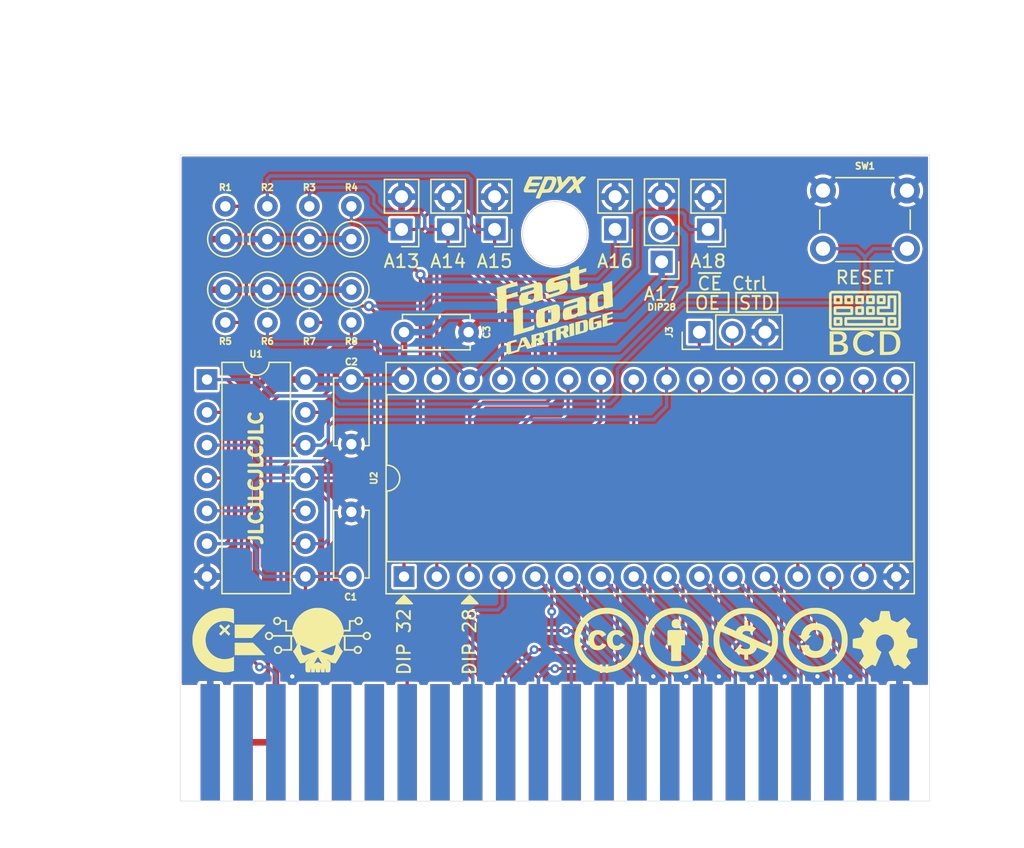
<source format=kicad_pcb>
(kicad_pcb (version 20211014) (generator pcbnew)
  (title_block (rev "1"))
  (layers (0 "F.Cu" mixed) (31 "B.Cu" mixed) (34 "B.Paste" user) (35 "F.Paste" user) (36 "B.SilkS" user "B.Silkscreen") (37 "F.SilkS" user "F.Silkscreen") (38 "B.Mask" user) (39 "F.Mask" user) (44 "Edge.Cuts" user))
  (net 0 "")
  (net 1 "/~{EXROM}")
  (net 2 "GND")
  (net 3 "+5V")
  (net 7 "/~{I{slash}O1}")
  (net 9 "/~{I{slash}02}")
  (net 10 "/~{ROML}")
  (net 13 "/D7")
  (net 14 "/D6")
  (net 15 "/D5")
  (net 16 "/D4")
  (net 17 "/D3")
  (net 18 "/D1")
  (net 19 "/D0")
  (net 21 "/~{RESET}")
  (net 27 "/A12")
  (net 28 "/A11")
  (net 29 "/A10")
  (net 30 "/A9")
  (net 31 "/A8")
  (net 32 "/A7")
  (net 33 "/A6")
  (net 34 "/A5")
  (net 35 "/A4")
  (net 36 "/A3")
  (net 37 "/A2")
  (net 38 "/A1")
  (net 39 "/A0")
  (net 40 "/A13")
  (net 41 "/A14")
  (net 42 "/A15")
  (net 43 "/A16")
  (net 44 "/A17")
  (net 45 "/A18")
  (net 46 "/~{OE}")
  (net 47 "/D2")
  (net 48 "Net-(R1-Pad2)")
  (net 49 "Net-(J3-Pad2)")
  (footprint "Capacitor_THT:C_Disc_D5.0mm_W2.5mm_P5.00mm" (layer "F.Cu") (at 123.25 90.615 90)
    (fp_text reference "C1")
    (fp_text value "470nF")
  )
  (footprint "Resistor_THT:R_Axial_DIN0207_L6.3mm_D2.5mm_P2.54mm_Vertical" (layer "F.Cu") (at 123.25 64.51 90)
    (fp_text reference "R4")
    (fp_text value "10K")
  )
  (footprint "Resistor_THT:R_Axial_DIN0207_L6.3mm_D2.5mm_P2.54mm_Vertical" (layer "F.Cu") (at 120 64.51 90)
    (fp_text reference "R3")
    (fp_text value "10K")
  )
  (footprint "BeaupreCircuitDesign:BCD_Logo_5mm" (layer "F.Cu") (at 163 71)
    (fp_text reference "G1" hide)
    (fp_text value "BCD_Logo" hide)
  )
  (footprint "Creative_Common:CreativeCommons_5mm" (layer "F.Cu") (at 143 95.541781)
    (fp_text reference "G3" hide)
    (fp_text value "CreativeCommons" hide)
  )
  (footprint "Connector_PinHeader_2.54mm:PinHeader_1x02_P2.54mm_Vertical" (layer "F.Cu") (at 143.6625 63.76 180)
    (fp_text reference "J16" hide)
    (fp_text value "A16" hide)
  )
  (footprint "BeaupreCircuitDesign:ChickenLips_5mm" (layer "F.Cu") (at 113.77139 95.534254)
    (fp_text reference "G2" hide)
    (fp_text value "ChickenLips" hide)
  )
  (footprint "Epyx:FastLoad-xsmall" (layer "F.Cu") (at 138.998534 70)
    (fp_text reference "G10" hide)
    (fp_text value "FastLoad" hide)
  )
  (footprint "Epyx:Epyx-xsmall" (layer "F.Cu") (at 139 60.5)
    (fp_text reference "G9" hide)
    (fp_text value "Epyx" hide)
  )
  (footprint "BeaupreCircuitDesign:Open_Source_Hardware_5mm" (layer "F.Cu") (at 164.55 95.536269)
    (fp_text reference "G7" hide)
    (fp_text value "OpenSource_Hardware" hide)
  )
  (footprint "Capacitor_THT:C_Disc_D5.0mm_W2.5mm_P5.00mm" (layer "F.Cu") (at 123.25 80.375 90)
    (fp_text reference "C2")
    (fp_text value "100nF")
  )
  (footprint "Creative_Common:CreativeCommons_NonCommercial_5mm" (layer "F.Cu") (at 153.774879 95.538909)
    (fp_text reference "G5" hide)
    (fp_text value "CreativeCommons_NonCommercial" hide)
  )
  (footprint "Resistor_THT:R_Axial_DIN0207_L6.3mm_D2.5mm_P2.54mm_Vertical" (layer "F.Cu") (at 113.5 64.51 90)
    (fp_text reference "R1")
    (fp_text value "10K")
  )
  (footprint "Connector_PinHeader_2.54mm:PinHeader_1x03_P2.54mm_Vertical" (layer "F.Cu") (at 147.2625 66.26 180)
    (fp_text reference "J17" hide)
    (fp_text value "A17" hide)
  )
  (footprint "Resistor_THT:R_Axial_DIN0207_L6.3mm_D2.5mm_P2.54mm_Vertical" (layer "F.Cu") (at 120 68.4175 -90)
    (fp_text reference "R7")
    (fp_text value "10K")
  )
  (footprint "Resistor_THT:R_Axial_DIN0207_L6.3mm_D2.5mm_P2.54mm_Vertical" (layer "F.Cu") (at 113.5 68.4175 -90)
    (fp_text reference "R5")
    (fp_text value "10K")
  )
  (footprint "Package_DIP:DIP-32_W15.24mm_Socket" (layer "F.Cu") (at 127.325 90.625 90)
    (fp_text reference "U2")
    (fp_text value "SST39SF040")
  )
  (footprint "Capacitor_THT:C_Disc_D5.0mm_W2.5mm_P5.00mm" (layer "F.Cu") (at 132.325 71.7075 180)
    (fp_text reference "C3")
    (fp_text value "100nF")
  )
  (footprint "Resistor_THT:R_Axial_DIN0207_L6.3mm_D2.5mm_P2.54mm_Vertical" (layer "F.Cu") (at 116.75 68.4175 -90)
    (fp_text reference "R6")
    (fp_text value "10K")
  )
  (footprint "C64-Expansion-Port:C64-Expansion-Port" (layer "F.Cu") (at 139 103.45055 180)
    (fp_text reference "E1" hide)
    (fp_text value "C64-Expansion-Port" hide)
  )
  (footprint "Resistor_THT:R_Axial_DIN0207_L6.3mm_D2.5mm_P2.54mm_Vertical" (layer "F.Cu") (at 116.75 64.51 90)
    (fp_text reference "R2")
    (fp_text value "10K")
  )
  (footprint "Package_DIP:DIP-14_W7.62mm" (layer "F.Cu") (at 112.075 75.375)
    (fp_text reference "U1")
    (fp_text value "SN74LS07DRG4")
  )
  (footprint "BeaupreCircuitDesign:Skull_5mm" (layer "F.Cu") (at 120.664537 95.537074)
    (fp_text reference "G8" hide)
    (fp_text value "Skull" hide)
  )
  (footprint "Creative_Common:CreativeCommons_ShareAlike_5mm" (layer "F.Cu") (at 159.162595 95.541685)
    (fp_text reference "G6" hide)
    (fp_text value "CreativeCommons_ShareAlike" hide)
  )
  (footprint "Button_Switch_THT:SW_PUSH_6mm_H4.3mm" (layer "F.Cu") (at 166.25 65.25 180)
    (fp_text reference "SW1")
    (fp_text value "SW_Push")
  )
  (footprint "Connector_PinHeader_2.54mm:PinHeader_1x02_P2.54mm_Vertical" (layer "F.Cu") (at 127.1375 63.76 180)
    (fp_text reference "J13" hide)
    (fp_text value "A13" hide)
  )
  (footprint "Creative_Common:CreativeCommons_Attribution_5mm" (layer "F.Cu") (at 148.389921 95.538909)
    (fp_text reference "G4" hide)
    (fp_text value "CreativeCommons_Attribution" hide)
  )
  (footprint "Connector_PinHeader_2.54mm:PinHeader_1x03_P2.54mm_Vertical" (layer "F.Cu") (at 150.185 71.7075 90)
    (fp_text reference "J3")
    (fp_text value "CE_Select")
  )
  (footprint "Connector_PinHeader_2.54mm:PinHeader_1x02_P2.54mm_Vertical" (layer "F.Cu") (at 150.8625 63.76 180)
    (fp_text reference "J18" hide)
    (fp_text value "A18" hide)
  )
  (footprint "Resistor_THT:R_Axial_DIN0207_L6.3mm_D2.5mm_P2.54mm_Vertical" (layer "F.Cu") (at 123.25 68.4175 -90)
    (fp_text reference "R8")
    (fp_text value "2K7")
  )
  (footprint "Connector_PinHeader_2.54mm:PinHeader_1x02_P2.54mm_Vertical" (layer "F.Cu") (at 130.7375 63.76 180)
    (fp_text reference "J14" hide)
    (fp_text value "A14" hide)
  )
  (footprint "Connector_PinHeader_2.54mm:PinHeader_1x02_P2.54mm_Vertical" (layer "F.Cu") (at 134.3375 63.76 180)
    (fp_text reference "J15" hide)
    (fp_text value "A15" hide)
  )
  (gr_rect (start 149.243 70.154) (end 152.443 68.654) (layer "F.SilkS") (width 0.1524) (fill none))
  (gr_poly (pts (xy 127.925 92.7) (xy 126.725 92.7) (xy 127.325 92.1)) (layer "F.SilkS") (width 0.1524) (fill solid))
  (gr_poly (pts (xy 133 92.7) (xy 131.8 92.7) (xy 132.4 92.1)) (layer "F.SilkS") (width 0.1524) (fill solid))
  (gr_rect (start 153.028 70.154) (end 156.228 68.654) (layer "F.SilkS") (width 0.1524) (fill none))
  (gr_rect (start 110 58) (end 168 108) (layer "Edge.Cuts") (width 0.0381) (fill none))
  (gr_circle (center 139 64.1) (end 141.5 64.1) (layer "Edge.Cuts") (width 0.05) (fill none))
  (gr_text "DIP 32" (at 127.325 93 90) (layer "F.SilkS") (effects (font (size 1 1)) (justify right)))
  (gr_text "DIP 28" (at 132.4 93 90) (layer "F.SilkS") (effects (font (size 1 1)) (justify right)))
  (gr_text "RESET" (at 163 67.487) (layer "F.SilkS") (effects (font (size 1 1))))
  (gr_text "A18" (at 150.8625 66.217) (layer "F.SilkS") (effects (font (size 1 1))))
  (gr_text "~{CE} Ctrl" (at 152.725 67.954) (layer "F.SilkS") (effects (font (size 1 1))))
  (gr_text "DIP28" (at 147.2625 69.773) (layer "F.SilkS") (effects (font (size 0.5 0.5) (thickness 0.125))))
  (gr_text "STD" (at 156.060143 69.454) (layer "F.SilkS") (effects (font (size 1 1)) (justify right)))
  (gr_text "JLCJLCJLCJLC" (at 115.875 83 90) (layer "F.SilkS") (effects (font (size 1 1) (thickness 0.25))))
  (gr_text "A15" (at 134.3375 66.217) (layer "F.SilkS") (effects (font (size 1 1))))
  (gr_text "A17" (at 147.2625 68.757) (layer "F.SilkS") (effects (font (size 1 1))))
  (gr_text "A13" (at 127.1375 66.217) (layer "F.SilkS") (effects (font (size 1 1))))
  (gr_text "A14" (at 130.7375 66.217) (layer "F.SilkS") (effects (font (size 1 1))))
  (gr_text "A16" (at 143.655 66.217) (layer "F.SilkS") (effects (font (size 1 1))))
  (gr_text "OE" (at 151.894191 69.454) (layer "F.SilkS") (effects (font (size 1 1)) (justify right)))
  (segment (start 113.502999 82.995) (end 113.747999 82.75) (width 0.25) (layer "F.Cu") (net 1))
  (segment (start 113.747999 78.16) (end 113.747999 82.75) (width 0.254) (layer "F.Cu") (net 1))
  (segment (start 130.393029 96.233029) (end 132.65 98.49) (width 0.254) (layer "F.Cu") (net 1))
  (segment (start 113.747999 83.235) (end 113.742999 83.235) (width 0.254) (layer "F.Cu") (net 1))
  (segment (start 112.075 82.995) (end 113.502999 82.995) (width 0.25) (layer "F.Cu") (net 1))
  (segment (start 119.695 90.615) (end 119.695 92.895) (width 0.254) (layer "F.Cu") (net 1))
  (segment (start 113.747999 87.835) (end 113.747999 83.235) (width 0.254) (layer "F.Cu") (net 1))
  (segment (start 123.033029 96.233029) (end 130.393029 96.233029) (width 0.254) (layer "F.Cu") (net 1))
  (segment (start 132.65 98.49) (end 132.65 103.45055) (width 0.254) (layer "F.Cu") (net 1))
  (segment (start 113.507999 88.075) (end 113.747999 87.835) (width 0.254) (layer "F.Cu") (net 1))
  (segment (start 119.695 92.895) (end 123.033029 96.233029) (width 0.254) (layer "F.Cu") (net 1))
  (segment (start 113.742999 83.235) (end 113.502999 82.995) (width 0.254) (layer "F.Cu") (net 1))
  (segment (start 112.075 77.915) (end 113.502999 77.915) (width 0.25) (layer "F.Cu") (net 1))
  (segment (start 113.502999 77.915) (end 113.747999 78.16) (width 0.25) (layer "F.Cu") (net 1))
  (segment (start 112.075 88.075) (end 113.507999 88.075) (width 0.254) (layer "F.Cu") (net 1))
  (segment (start 115.375 88.075) (end 115.9 88.6) (width 0.254) (layer "B.Cu") (net 1))
  (segment (start 112.075 88.075) (end 115.375 88.075) (width 0.254) (layer "B.Cu") (net 1))
  (segment (start 123.25 90.615) (end 119.695 90.615) (width 0.254) (layer "B.Cu") (net 1))
  (segment (start 115.9 90) (end 116.515 90.615) (width 0.254) (layer "B.Cu") (net 1))
  (segment (start 116.515 90.615) (end 119.695 90.615) (width 0.254) (layer "B.Cu") (net 1))
  (segment (start 115.9 88.6) (end 115.9 90) (width 0.254) (layer "B.Cu") (net 1))
  (via (at 156.779999 98.35) (size 0.6858) (drill 0.3302) (layers "F.Cu" "B.Cu") (net 2))
  (via (at 149.159999 98.35) (size 0.6858) (drill 0.3302) (layers "F.Cu" "B.Cu") (net 2))
  (via (at 159.319999 98.35) (size 0.6858) (drill 0.3302) (layers "F.Cu" "B.Cu") (net 2))
  (via (at 154.239999 98.35) (size 0.6858) (drill 0.3302) (layers "F.Cu" "B.Cu") (net 2))
  (via (at 161.859999 98.35) (size 0.6858) (drill 0.3302) (layers "F.Cu" "B.Cu") (net 2))
  (via (at 118.679999 98.35) (size 0.6858) (drill 0.3302) (layers "F.Cu" "B.Cu") (net 2))
  (via (at 151.699999 98.35) (size 0.6858) (drill 0.3302) (layers "F.Cu" "B.Cu") (net 2))
  (via (at 146.619999 98.35) (size 0.6858) (drill 0.3302) (layers "F.Cu" "B.Cu") (net 2))
  (segment (start 116.529 75.375) (end 115.875 76.029) (width 0.508) (layer "F.Cu") (net 3))
  (segment (start 127.325 75.385) (end 127.325 71.7075) (width 0.508) (layer "F.Cu") (net 3))
  (segment (start 114.87 103.45055) (end 117.41 103.45055) (width 0.508) (layer "F.Cu") (net 3))
  (segment (start 111.8 73.2) (end 111.4 72.8) (width 0.508) (layer "F.Cu") (net 3))
  (segment (start 115.875 73.975) (end 115.1 73.2) (width 0.508) (layer "F.Cu") (net 3))
  (segment (start 111.7825 68.4175) (end 111.4 68.035) (width 0.508) (layer "F.Cu") (net 3))
  (segment (start 111.4 64.8) (end 111.69 64.51) (width 0.508) (layer "F.Cu") (net 3))
  (segment (start 111.4 68.8) (end 111.7825 68.4175) (width 0.508) (layer "F.Cu") (net 3))
  (segment (start 115.1 73.2) (end 111.8 73.2) (width 0.508) (layer "F.Cu") (net 3))
  (segment (start 117.41 96.41) (end 117.41 103.45055) (width 0.508) (layer "F.Cu") (net 3))
  (segment (start 119.695 75.375) (end 116.529 75.375) (width 0.508) (layer "F.Cu") (net 3))
  (segment (start 115.875 73.975) (end 115.875 94.875) (width 0.508) (layer "F.Cu") (net 3))
  (segment (start 111.69 64.51) (end 113.5 64.51) (width 0.508) (layer "F.Cu") (net 3))
  (segment (start 111.4 72.8) (end 111.4 68.8) (width 0.508) (layer "F.Cu") (net 3))
  (segment (start 115.875 94.875) (end 117.41 96.41) (width 0.508) (layer "F.Cu") (net 3))
  (segment (start 111.4 68.035) (end 111.4 64.8) (width 0.508) (layer "F.Cu") (net 3))
  (segment (start 111.7825 68.4175) (end 113.5 68.4175) (width 0.508) (layer "F.Cu") (net 3))
  (segment (start 116.75 64.51) (end 120 64.51) (width 0.508) (layer "B.Cu") (net 3))
  (segment (start 127.325 71.7075) (end 129.3925 71.7075) (width 0.508) (layer "B.Cu") (net 3))
  (segment (start 123.25 75.375) (end 127.315 75.375) (width 0.508) (layer "B.Cu") (net 3))
  (segment (start 119.695 75.375) (end 123.25 75.375) (width 0.508) (layer "B.Cu") (net 3))
  (segment (start 144.346011 70.453989) (end 147.2625 67.5375) (width 0.508) (layer "B.Cu") (net 3))
  (segment (start 120 64.51) (end 123.25 64.51) (width 0.508) (layer "B.Cu") (net 3))
  (segment (start 130.646011 70.453989) (end 144.346011 70.453989) (width 0.508) (layer "B.Cu") (net 3))
  (segment (start 120 68.4175) (end 123.25 68.4175) (width 0.508) (layer "B.Cu") (net 3))
  (segment (start 116.75 68.4175) (end 120 68.4175) (width 0.508) (layer "B.Cu") (net 3))
  (segment (start 113.5 64.51) (end 116.75 64.51) (width 0.508) (layer "B.Cu") (net 3))
  (segment (start 147.2625 67.5375) (end 147.2625 66.26) (width 0.508) (layer "B.Cu") (net 3))
  (segment (start 129.3925 71.7075) (end 130.646011 70.453989) (width 0.508) (layer "B.Cu") (net 3))
  (segment (start 113.5 68.4175) (end 116.75 68.4175) (width 0.508) (layer "B.Cu") (net 3))
  (segment (start 119.695 88.075) (end 118.225 88.075) (width 0.254) (layer "F.Cu") (net 7))
  (segment (start 117.8 94.5) (end 120.921039 97.621039) (width 0.254) (layer "F.Cu") (net 7))
  (segment (start 118.225 88.075) (end 117.8 88.5) (width 0.254) (layer "F.Cu") (net 7))
  (segment (start 117.8 88.5) (end 117.8 94.5) (width 0.254) (layer "F.Cu") (net 7))
  (segment (start 127.57 98.49) (end 127.57 103.45055) (width 0.254) (layer "F.Cu") (net 7))
  (segment (start 120.921039 97.621039) (end 126.701039 97.621039) (width 0.254) (layer "F.Cu") (net 7))
  (segment (start 126.701039 97.621039) (end 127.57 98.49) (width 0.254) (layer "F.Cu") (net 7))
  (segment (start 112.075 80.455) (end 115.655 80.455) (width 0.25) (layer "B.Cu") (net 7))
  (segment (start 121.1 81.7) (end 116.2 81.7) (width 0.254) (layer "B.Cu") (net 7))
  (segment (start 115.655 80.455) (end 115.9 80.7) (width 0.25) (layer "B.Cu") (net 7))
  (segment (start 116.2 81.7) (end 115.9 81.4) (width 0.254) (layer "B.Cu") (net 7))
  (segment (start 121.472499 82.072499) (end 121.1 81.7) (width 0.254) (layer "B.Cu") (net 7))
  (segment (start 121.472499 87.727501) (end 121.472499 82.072499) (width 0.254) (layer "B.Cu") (net 7))
  (segment (start 119.695 88.075) (end 121.125 88.075) (width 0.254) (layer "B.Cu") (net 7))
  (segment (start 121.125 88.075) (end 121.472499 87.727501) (width 0.254) (layer "B.Cu") (net 7))
  (segment (start 115.9 80.7) (end 115.9 81.4) (width 0.25) (layer "B.Cu") (net 7))
  (segment (start 118.375001 81.724999) (end 118.015332 82.084668) (width 0.254) (layer "F.Cu") (net 9))
  (segment (start 119.695 77.915) (end 121.257499 77.915) (width 0.25) (layer "F.Cu") (net 9))
  (segment (start 123.406473 94.845019) (end 131.545019 94.845019) (width 0.254) (layer "F.Cu") (net 9))
  (segment (start 118.015332 83.915332) (end 118.364999 84.264999) (width 0.254) (layer "F.Cu") (net 9))
  (segment (start 121.472499 78.13) (end 121.472499 81.227501) (width 0.254) (layer "F.Cu") (net 9))
  (segment (start 121.472499 92.911045) (end 123.406473 94.845019) (width 0.254) (layer "F.Cu") (net 9))
  (segment (start 118.364999 84.264999) (end 120.915987 84.264999) (width 0.254) (layer "F.Cu") (net 9))
  (segment (start 118.015332 82.084668) (end 118.015332 83.915332) (width 0.254) (layer "F.Cu") (net 9))
  (segment (start 120.975001 81.724999) (end 118.375001 81.724999) (width 0.254) (layer "F.Cu") (net 9))
  (segment (start 121.257499 77.915) (end 121.472499 78.13) (width 0.25) (layer "F.Cu") (net 9))
  (segment (start 121.472499 81.227501) (end 120.975001 81.724999) (width 0.254) (layer "F.Cu") (net 9))
  (segment (start 120.915987 84.264999) (end 121.472499 84.821511) (width 0.254) (layer "F.Cu") (net 9))
  (segment (start 121.472499 84.821511) (end 121.472499 92.911045) (width 0.254) (layer "F.Cu") (net 9))
  (segment (start 131.545019 94.845019) (end 135.19 98.49) (width 0.254) (layer "F.Cu") (net 9))
  (segment (start 135.19 98.49) (end 135.19 103.45055) (width 0.254) (layer "F.Cu") (net 9))
  (segment (start 126.159009 93.459009) (end 132.699009 93.459009) (width 0.25) (layer "F.Cu") (net 10))
  (segment (start 137.73 98.49) (end 137.73 103.45055) (width 0.254) (layer "F.Cu") (net 10))
  (segment (start 125.287499 83.987499) (end 125.287499 92.587499) (width 0.25) (layer "F.Cu") (net 10))
  (segment (start 124.295 82.995) (end 125.287499 83.987499) (width 0.25) (layer "F.Cu") (net 10))
  (segment (start 119.695 82.995) (end 124.295 82.995) (width 0.25) (layer "F.Cu") (net 10))
  (segment (start 132.699009 93.459009) (end 137.73 98.49) (width 0.25) (layer "F.Cu") (net 10))
  (segment (start 125.287499 92.587499) (end 126.159009 93.459009) (width 0.25) (layer "F.Cu") (net 10))
  (segment (start 115.9 85.115) (end 115.9 83.415) (width 0.254) (layer "B.Cu") (net 10))
  (segment (start 116.32 82.995) (end 115.9 83.415) (width 0.25) (layer "B.Cu") (net 10))
  (segment (start 115.48 85.535) (end 115.9 85.115) (width 0.25) (layer "B.Cu") (net 10))
  (segment (start 119.695 82.995) (end 116.32 82.995) (width 0.25) (layer "B.Cu") (net 10))
  (segment (start 112.075 85.535) (end 115.48 85.535) (width 0.25) (layer "B.Cu") (net 10))
  (segment (start 146.374999 95.028525) (end 146.374999 83.563001) (width 0.254) (layer "F.Cu") (net 13))
  (segment (start 155.265 81.401844) (end 155.265 75.385) (width 0.254) (layer "F.Cu") (net 13))
  (segment (start 145.35 96.053524) (end 146.374999 95.028525) (width 0.254) (layer "F.Cu") (net 13))
  (segment (start 145.35 103.45055) (end 145.35 96.053524) (width 0.25) (layer "F.Cu") (net 13))
  (segment (start 146.374999 83.563001) (end 147.467387 82.470613) (width 0.254) (layer "F.Cu") (net 13))
  (segment (start 147.467387 82.470613) (end 154.196231 82.470613) (width 0.254) (layer "F.Cu") (net 13))
  (segment (start 154.196231 82.470613) (end 155.265 81.401844) (width 0.254) (layer "F.Cu") (net 13))
  (segment (start 157.805 82.470613) (end 157.805 75.385) (width 0.254) (layer "F.Cu") (net 14))
  (segment (start 148.914999 95.028525) (end 147.89 96.053524) (width 0.254) (layer "F.Cu") (net 14))
  (segment (start 148.914999 84.608151) (end 149.983768 83.539382) (width 0.254) (layer "F.Cu") (net 14))
  (segment (start 148.914999 84.608151) (end 148.914999 95.028525) (width 0.254) (layer "F.Cu") (net 14))
  (segment (start 156.736231 83.539382) (end 157.805 82.470613) (width 0.254) (layer "F.Cu") (net 14))
  (segment (start 149.983768 83.539382) (end 156.736231 83.539382) (width 0.254) (layer "F.Cu") (net 14))
  (segment (start 147.89 103.45055) (end 147.89 96.053524) (width 0.25) (layer "F.Cu") (net 14))
  (segment (start 150.43 103.45055) (end 150.43 96.053524) (width 0.25) (layer "F.Cu") (net 15))
  (segment (start 151.454999 85.67692) (end 152.523768 84.608151) (width 0.254) (layer "F.Cu") (net 15))
  (segment (start 159.276231 84.608151) (end 160.345 83.539382) (width 0.254) (layer "F.Cu") (net 15))
  (segment (start 152.523768 84.608151) (end 159.276231 84.608151) (width 0.254) (layer "F.Cu") (net 15))
  (segment (start 160.345 83.539382) (end 160.345 75.385) (width 0.254) (layer "F.Cu") (net 15))
  (segment (start 151.454999 85.67692) (end 151.454999 95.028525) (width 0.254) (layer "F.Cu") (net 15))
  (segment (start 151.454999 95.028525) (end 150.43 96.053524) (width 0.254) (layer "F.Cu") (net 15))
  (segment (start 153.994999 86.745689) (end 155.063768 85.67692) (width 0.254) (layer "F.Cu") (net 16))
  (segment (start 155.063768 85.67692) (end 161.816231 85.67692) (width 0.254) (layer "F.Cu") (net 16))
  (segment (start 153.994999 95.028525) (end 152.97 96.053524) (width 0.254) (layer "F.Cu") (net 16))
  (segment (start 161.816231 85.67692) (end 162.885 84.608151) (width 0.254) (layer "F.Cu") (net 16))
  (segment (start 152.97 103.45055) (end 152.97 96.053524) (width 0.25) (layer "F.Cu") (net 16))
  (segment (start 162.885 84.608151) (end 162.885 75.385) (width 0.254) (layer "F.Cu") (net 16))
  (segment (start 153.994999 86.745689) (end 153.994999 95.028525) (width 0.254) (layer "F.Cu") (net 16))
  (segment (start 164.356231 86.745689) (end 165.425 85.67692) (width 0.254) (layer "F.Cu") (net 17))
  (segment (start 157.603768 86.745689) (end 164.356231 86.745689) (width 0.254) (layer "F.Cu") (net 17))
  (segment (start 155.51 103.45055) (end 155.51 96.053524) (width 0.25) (layer "F.Cu") (net 17))
  (segment (start 156.534999 95.028525) (end 156.534999 87.814458) (width 0.254) (layer "F.Cu") (net 17))
  (segment (start 165.425 85.67692) (end 165.425 75.385) (width 0.254) (layer "F.Cu") (net 17))
  (segment (start 156.534999 87.814458) (end 157.603768 86.745689) (width 0.254) (layer "F.Cu") (net 17))
  (segment (start 155.51 96.053524) (end 156.534999 95.028525) (width 0.254) (layer "F.Cu") (net 17))
  (segment (start 160.345 90.625) (end 160.345 95.028525) (width 0.254) (layer "F.Cu") (net 18))
  (segment (start 160.59 95.273525) (end 160.59 103.45055) (width 0.254) (layer "F.Cu") (net 18))
  (segment (start 160.345 95.028525) (end 160.59 95.273525) (width 0.254) (layer "F.Cu") (net 18))
  (segment (start 164.154999 88.204999) (end 164.154999 95.028525) (width 0.254) (layer "F.Cu") (net 19))
  (segment (start 163.764458 87.814458) (end 164.154999 88.204999) (width 0.254) (layer "F.Cu") (net 19))
  (segment (start 157.805 88.362978) (end 158.35352 87.814458) (width 0.254) (layer "F.Cu") (net 19))
  (segment (start 158.35352 87.814458) (end 163.764458 87.814458) (width 0.254) (layer "F.Cu") (net 19))
  (segment (start 157.805 90.625) (end 157.805 88.362978) (width 0.254) (layer "F.Cu") (net 19))
  (segment (start 164.154999 95.028525) (end 163.13 96.053524) (width 0.254) (layer "F.Cu") (net 19))
  (segment (start 163.13 103.45055) (end 163.13 96.053524) (width 0.25) (layer "F.Cu") (net 19))
  (segment (start 113.622999 75.375) (end 114.747999 76.5) (width 0.25) (layer "F.Cu") (net 21))
  (segment (start 114.747999 96.229039) (end 114.747999 76.5) (width 0.254) (layer "F.Cu") (net 21))
  (segment (start 116.139999 97.621039) (end 114.747999 96.229039) (width 0.254) (layer "F.Cu") (net 21))
  (segment (start 112.075 75.375) (end 113.622999 75.375) (width 0.25) (layer "F.Cu") (net 21))
  (via (at 116.139999 97.621039) (size 0.6858) (drill 0.3302) (layers "F.Cu" "B.Cu") (net 21))
  (segment (start 159.75 65.25) (end 162.35 65.25) (width 0.254) (layer "B.Cu") (net 21))
  (segment (start 148.947 69.434) (end 162.366 69.434) (width 0.25) (layer "B.Cu") (net 21))
  (segment (start 162.366 69.434) (end 163 68.8) (width 0.254) (layer "B.Cu") (net 21))
  (segment (start 163 65.9) (end 163.65 65.25) (width 0.254) (layer "B.Cu") (net 21))
  (segment (start 116.821039 97.621039) (end 117.41 98.21) (width 0.254) (layer "B.Cu") (net 21))
  (segment (start 163 68.8) (end 163 65.9) (width 0.254) (layer "B.Cu") (net 21))
  (segment (start 117.41 98.21) (end 117.41 103.45055) (width 0.254) (layer "B.Cu") (net 21))
  (segment (start 122.318332 77.265332) (end 143.274668 77.265332) (width 0.25) (layer "B.Cu") (net 21))
  (segment (start 143.274668 77.265332) (end 143.834999 76.705001) (width 0.25) (layer "B.Cu") (net 21))
  (segment (start 112.075 75.375) (end 115.856 75.375) (width 0.25) (layer "B.Cu") (net 21))
  (segment (start 143.834999 74.546001) (end 148.947 69.434) (width 0.25) (layer "B.Cu") (net 21))
  (segment (start 116.139999 97.621039) (end 116.821039 97.621039) (width 0.254) (layer "B.Cu") (net 21))
  (segment (start 121.697999 76.644999) (end 122.318332 77.265332) (width 0.25) (layer "B.Cu") (net 21))
  (segment (start 162.35 65.25) (end 163 65.9) (width 0.254) (layer "B.Cu") (net 21))
  (segment (start 117.125999 76.644999) (end 121.697999 76.644999) (width 0.25) (layer "B.Cu") (net 21))
  (segment (start 163.65 65.25) (end 166.25 65.25) (width 0.254) (layer "B.Cu") (net 21))
  (segment (start 143.834999 76.705001) (end 143.834999 74.546001) (width 0.25) (layer "B.Cu") (net 21))
  (segment (start 115.856 75.375) (end 117.125999 76.644999) (width 0.25) (layer "B.Cu") (net 21))
  (segment (start 134.6 93.2) (end 134.945 92.855) (width 0.254) (layer "B.Cu") (net 27))
  (segment (start 132.65 93.55) (end 133 93.2) (width 0.254) (layer "B.Cu") (net 27))
  (segment (start 132.65 103.45055) (end 132.65 93.55) (width 0.254) (layer "B.Cu") (net 27))
  (segment (start 134.945 92.855) (end 134.945 90.625) (width 0.254) (layer "B.Cu") (net 27))
  (segment (start 133 93.2) (end 134.6 93.2) (width 0.254) (layer "B.Cu") (net 27))
  (segment (start 144.316925 80.333075) (end 142.365925 80.333075) (width 0.254) (layer "F.Cu") (net 28))
  (segment (start 141.294999 81.404001) (end 141.294999 95.9545) (width 0.254) (layer "F.Cu") (net 28))
  (segment (start 140.97169 96.277809) (end 137.4 96.277809) (width 0.254) (layer "F.Cu") (net 28))
  (segment (start 142.365925 80.333075) (end 141.294999 81.404001) (width 0.254) (layer "F.Cu") (net 28))
  (segment (start 141.294999 95.9545) (end 140.97169 96.277809) (width 0.254) (layer "F.Cu") (net 28))
  (segment (start 145.105 79.545) (end 144.316925 80.333075) (width 0.254) (layer "F.Cu") (net 28))
  (segment (start 145.105 75.385) (end 145.105 79.545) (width 0.254) (layer "F.Cu") (net 28))
  (via (at 137.4 96.277809) (size 0.6858) (drill 0.3302) (layers "F.Cu" "B.Cu") (net 28))
  (segment (start 137.4 96.28) (end 135.19 98.49) (width 0.254) (layer "B.Cu") (net 28))
  (segment (start 135.19 98.49) (end 135.19 103.45055) (width 0.254) (layer "B.Cu") (net 28))
  (segment (start 137.4 96.277809) (end 137.4 96.28) (width 0.254) (layer "B.Cu") (net 28))
  (segment (start 148.914999 81.401844) (end 150.185 80.131843) (width 0.254) (layer "F.Cu") (net 29))
  (segment (start 143.28362 97.751379) (end 143.834999 97.2) (width 0.25) (layer "F.Cu") (net 29))
  (segment (start 143.834999 82.315001) (end 144.748156 81.401844) (width 0.254) (layer "F.Cu") (net 29))
  (segment (start 144.748156 81.401844) (end 148.914999 81.401844) (width 0.254) (layer "F.Cu") (net 29))
  (segment (start 143.834999 97.2) (end 143.834999 82.315001) (width 0.254) (layer "F.Cu") (net 29))
  (segment (start 150.185 80.131843) (end 150.185 75.385) (width 0.254) (layer "F.Cu") (net 29))
  (segment (start 138.999999 97.751379) (end 143.28362 97.751379) (width 0.25) (layer "F.Cu") (net 29))
  (via (at 138.999999 97.751379) (size 0.6858) (drill 0.3302) (layers "F.Cu" "B.Cu") (net 29))
  (segment (start 137.73 103.45055) (end 137.73 98.49) (width 0.254) (layer "B.Cu") (net 29))
  (segment (start 138.999999 97.751379) (end 138.468621 97.751379) (width 0.25) (layer "B.Cu") (net 29))
  (segment (start 138.468621 97.751379) (end 137.73 98.49) (width 0.25) (layer "B.Cu") (net 29))
  (segment (start 142.565 78.585) (end 142.565 75.385) (width 0.254) (layer "F.Cu") (net 30))
  (segment (start 141.885694 79.264306) (end 142.565 78.585) (width 0.254) (layer "F.Cu") (net 30))
  (segment (start 138.754999 93.330669) (end 138.754999 80.261001) (width 0.254) (layer "F.Cu") (net 30))
  (segment (start 139.751694 79.264306) (end 141.885694 79.264306) (width 0.254) (layer "F.Cu") (net 30))
  (segment (start 138.754999 80.261001) (end 139.751694 79.264306) (width 0.254) (layer "F.Cu") (net 30))
  (via (at 138.754999 93.330669) (size 0.6858) (drill 0.3302) (layers "F.Cu" "B.Cu") (net 30))
  (segment (start 140.27 103.45055) (end 140.27 97.27) (width 0.254) (layer "B.Cu") (net 30))
  (segment (start 138.754999 95.754999) (end 138.8 95.8) (width 0.25) (layer "B.Cu") (net 30))
  (segment (start 140.27 97.27) (end 138.8 95.8) (width 0.254) (layer "B.Cu") (net 30))
  (segment (start 138.754999 95.754999) (end 138.754999 93.330669) (width 0.25) (layer "B.Cu") (net 30))
  (segment (start 136.519238 94.804239) (end 136.214999 94.5) (width 0.25) (layer "F.Cu") (net 31))
  (segment (start 136.214999 79.230538) (end 137.25 78.195537) (width 0.254) (layer "F.Cu") (net 31))
  (segment (start 137.25 78.195537) (end 139.45 78.195537) (width 0.254) (layer "F.Cu") (net 31))
  (segment (start 140.025 75.385) (end 140.025 77.620537) (width 0.25) (layer "F.Cu") (net 31))
  (segment (start 139.45 78.195537) (end 140.025 77.620537) (width 0.254) (layer "F.Cu") (net 31))
  (segment (start 139.8629 94.804239) (end 136.519238 94.804239) (width 0.25) (layer "F.Cu") (net 31))
  (segment (start 136.214999 94.5) (end 136.214999 79.230538) (width 0.254) (layer "F.Cu") (net 31))
  (via (at 139.8629 94.804239) (size 0.6858) (drill 0.3302) (layers "F.Cu" "B.Cu") (net 31))
  (segment (start 142.81 97.344239) (end 140.27 94.804239) (width 0.25) (layer "B.Cu") (net 31))
  (segment (start 140.27 94.804239) (end 139.8629 94.804239) (width 0.25) (layer "B.Cu") (net 31))
  (segment (start 142.81 103.45055) (end 142.81 97.344239) (width 0.25) (layer "B.Cu") (net 31))
  (segment (start 145.35 103.45055) (end 145.35 98.49) (width 0.254) (layer "B.Cu") (net 32))
  (segment (start 145.35 98.49) (end 137.485 90.625) (width 0.254) (layer "B.Cu") (net 32))
  (segment (start 147.89 98.49) (end 140.025 90.625) (width 0.254) (layer "B.Cu") (net 33))
  (segment (start 147.89 103.45055) (end 147.89 98.49) (width 0.254) (layer "B.Cu") (net 33))
  (segment (start 150.43 103.45055) (end 150.43 98.49) (width 0.254) (layer "B.Cu") (net 34))
  (segment (start 150.43 98.49) (end 142.565 90.625) (width 0.254) (layer "B.Cu") (net 34))
  (segment (start 152.97 103.45055) (end 152.97 98.49) (width 0.254) (layer "B.Cu") (net 35))
  (segment (start 152.97 98.49) (end 145.105 90.625) (width 0.254) (layer "B.Cu") (net 35))
  (segment (start 155.51 103.45055) (end 155.51 98.49) (width 0.254) (layer "B.Cu") (net 36))
  (segment (start 155.51 98.49) (end 147.645 90.625) (width 0.254) (layer "B.Cu") (net 36))
  (segment (start 158.05 103.45055) (end 158.05 98.49) (width 0.254) (layer "B.Cu") (net 37))
  (segment (start 158.05 98.49) (end 150.185 90.625) (width 0.254) (layer "B.Cu") (net 37))
  (segment (start 160.59 98.49) (end 152.725 90.625) (width 0.254) (layer "B.Cu") (net 38))
  (segment (start 160.59 103.45055) (end 160.59 98.49) (width 0.254) (layer "B.Cu") (net 38))
  (segment (start 163.13 98.49) (end 155.265 90.625) (width 0.254) (layer "B.Cu") (net 39))
  (segment (start 163.13 103.45055) (end 163.13 98.49) (width 0.254) (layer "B.Cu") (net 39))
  (segment (start 128.777499 63.76) (end 128.937499 63.6) (width 0.25) (layer "F.Cu") (net 40))
  (segment (start 137.485 69.985) (end 137.485 75.385) (width 0.25) (layer "F.Cu") (net 40))
  (segment (start 132.537499 65.037499) (end 137.485 69.985) (width 0.25) (layer "F.Cu") (net 40))
  (segment (start 129.210001 62.489999) (end 132.089999 62.489999) (width 0.25) (layer "F.Cu") (net 40))
  (segment (start 132.089999 62.489999) (end 132.537499 62.937499) (width 0.25) (layer "F.Cu") (net 40))
  (segment (start 127.1375 63.76) (end 128.777499 63.76) (width 0.25) (layer "F.Cu") (net 40))
  (segment (start 128.937499 62.762501) (end 129.210001 62.489999) (width 0.25) (layer "F.Cu") (net 40))
  (segment (start 132.537499 62.937499) (end 132.537499 65.037499) (width 0.25) (layer "F.Cu") (net 40))
  (segment (start 128.937499 63.6) (end 128.937499 62.762501) (width 0.25) (layer "F.Cu") (net 40))
  (segment (start 123.25 61.97) (end 123.25 62.957) (width 0.25) (layer "B.Cu") (net 40))
  (segment (start 125.96 63.76) (end 127.1375 63.76) (width 0.25) (layer "B.Cu") (net 40))
  (segment (start 123.5245 63.2315) (end 125.4315 63.2315) (width 0.25) (layer "B.Cu") (net 40))
  (segment (start 123.25 62.957) (end 123.5245 63.2315) (width 0.25) (layer "B.Cu") (net 40))
  (segment (start 125.4315 63.2315) (end 125.96 63.76) (width 0.25) (layer "B.Cu") (net 40))
  (segment (start 134.945 69.245) (end 134.945 75.385) (width 0.25) (layer "F.Cu") (net 41))
  (segment (start 130.7375 63.76) (end 130.7375 65.0375) (width 0.25) (layer "F.Cu") (net 41))
  (segment (start 130.7375 65.0375) (end 134.945 69.245) (width 0.25) (layer "F.Cu") (net 41))
  (segment (start 130.7375 63.76) (end 129.133 63.76) (width 0.25) (layer "B.Cu") (net 41))
  (segment (start 120.541 60.502) (end 120 61.043) (width 0.25) (layer "B.Cu") (net 41))
  (segment (start 124.351 60.502) (end 120.541 60.502) (width 0.25) (layer "B.Cu") (net 41))
  (segment (start 128.542 62.407) (end 128.923 62.788) (width 0.25) (layer "B.Cu") (net 41))
  (segment (start 125.621 62.407) (end 124.986 61.772) (width 0.25) (layer "B.Cu") (net 41))
  (segment (start 124.986 61.772) (end 124.986 61.137) (width 0.25) (layer "B.Cu") (net 41))
  (segment (start 129.133 63.76) (end 128.923 63.55) (width 0.25) (layer "B.Cu") (net 41))
  (segment (start 120 61.043) (end 120 61.97) (width 0.25) (layer "B.Cu") (net 41))
  (segment (start 128.923 63.55) (end 128.923 62.788) (width 0.25) (layer "B.Cu") (net 41))
  (segment (start 124.986 61.137) (end 124.351 60.502) (width 0.25) (layer "B.Cu") (net 41))
  (segment (start 128.542 62.407) (end 125.621 62.407) (width 0.25) (layer "B.Cu") (net 41))
  (segment (start 138.8 76.7) (end 138.373232 77.126768) (width 0.254) (layer "F.Cu") (net 42))
  (segment (start 134.3375 65.0375) (end 138.8 69.5) (width 0.25) (layer "F.Cu") (net 42))
  (segment (start 138.8 69.5) (end 138.8 76.7) (width 0.25) (layer "F.Cu") (net 42))
  (segment (start 134.3375 63.76) (end 134.3375 65.0375) (width 0.25) (layer "F.Cu") (net 42))
  (segment (start 133.473769 77.126768) (end 132.405 78.195537) (width 0.254) (layer "F.Cu") (net 42))
  (segment (start 132.405 78.195537) (end 132.405 90.625) (width 0.254) (layer "F.Cu") (net 42))
  (segment (start 138.373232 77.126768) (end 133.473769 77.126768) (width 0.254) (layer "F.Cu") (net 42))
  (segment (start 116.75 61.97) (end 116.75 59.85) (width 0.25) (layer "B.Cu") (net 42))
  (segment (start 132.537499 59.9) (end 132.537499 63.337499) (width 0.25) (layer "B.Cu") (net 42))
  (segment (start 132.96 63.76) (end 134.3375 63.76) (width 0.25) (layer "B.Cu") (net 42))
  (segment (start 132.537499 63.337499) (end 132.96 63.76) (width 0.25) (layer "B.Cu") (net 42))
  (segment (start 132.250499 59.613) (end 132.537499 59.9) (width 0.25) (layer "B.Cu") (net 42))
  (segment (start 116.75 59.85) (end 116.987 59.613) (width 0.25) (layer "B.Cu") (net 42))
  (segment (start 116.987 59.613) (end 132.250499 59.613) (width 0.25) (layer "B.Cu") (net 42))
  (segment (start 128.240666 66.891333) (end 128.594999 67.245666) (width 0.25) (layer "F.Cu") (net 43))
  (segment (start 115.124999 67.315001) (end 115.548667 66.891333) (width 0.25) (layer "F.Cu") (net 43))
  (segment (start 114.567499 70.9575) (end 115.124999 70.4) (width 0.25) (layer "F.Cu") (net 43))
  (segment (start 115.548667 66.891333) (end 128.240666 66.891333) (width 0.25) (layer "F.Cu") (net 43))
  (segment (start 128.594999 82.364999) (end 129.865 83.635) (width 0.25) (layer "F.Cu") (net 43))
  (segment (start 113.5 70.9575) (end 114.567499 70.9575) (width 0.25) (layer "F.Cu") (net 43))
  (segment (start 128.594999 67.245666) (end 128.594999 82.364999) (width 0.25) (layer "F.Cu") (net 43))
  (segment (start 115.124999 70.4) (end 115.124999 67.315001) (width 0.25) (layer "F.Cu") (net 43))
  (segment (start 129.865 83.635) (end 129.865 90.625) (width 0.25) (layer "F.Cu") (net 43))
  (via (at 128.594999 67.245666) (size 0.8) (drill 0.4) (layers "F.Cu" "B.Cu") (net 43))
  (segment (start 142.3 67.6) (end 143.6625 66.2375) (width 0.25) (layer "B.Cu") (net 43))
  (segment (start 128.949332 67.599999) (end 142.3 67.599999) (width 0.25) (layer "B.Cu") (net 43))
  (segment (start 143.6625 66.2375) (end 143.6625 63.76) (width 0.25) (layer "B.Cu") (net 43))
  (segment (start 128.594999 67.245666) (end 128.949332 67.599999) (width 0.25) (layer "B.Cu") (net 43))
  (segment (start 132.405 75.385) (end 130.178999 73.158999) (width 0.254) (layer "B.Cu") (net 44))
  (segment (start 135 73) (end 143.900584 73) (width 0.508) (layer "B.Cu") (net 44))
  (segment (start 147.2625 63.72) (end 148.582499 63.72) (width 0.508) (layer "B.Cu") (net 44))
  (segment (start 125.055666 72.655666) (end 117.155666 72.655666) (width 0.254) (layer "B.Cu") (net 44))
  (segment (start 148.582499 63.72) (end 149.062499 64.2) (width 0.508) (layer "B.Cu") (net 44))
  (segment (start 132.615 75.385) (end 135 73) (width 0.508) (layer "B.Cu") (net 44))
  (segment (start 116.75 72.25) (end 116.75 70.9575) (width 0.254) (layer "B.Cu") (net 44))
  (segment (start 143.900584 73) (end 149 67.900584) (width 0.508) (layer "B.Cu") (net 44))
  (segment (start 130.178999 73.158999) (end 125.558999 73.158999) (width 0.254) (layer "B.Cu") (net 44))
  (segment (start 125.558999 73.158999) (end 125.055666 72.655666) (width 0.254) (layer "B.Cu") (net 44))
  (segment (start 149.062499 64.2) (end 149.062499 67.900584) (width 0.508) (layer "B.Cu") (net 44))
  (segment (start 117.155666 72.655666) (end 116.75 72.25) (width 0.254) (layer "B.Cu") (net 44))
  (segment (start 121.912501 69.687499) (end 124.605249 69.687499) (width 0.254) (layer "F.Cu") (net 45))
  (segment (start 125.287499 70.369749) (end 124.605249 69.687499) (width 0.254) (layer "F.Cu") (net 45))
  (segment (start 120 70.9575) (end 121.4425 70.9575) (width 0.254) (layer "F.Cu") (net 45))
  (segment (start 121.624999 69.975001) (end 121.912501 69.687499) (width 0.254) (layer "F.Cu") (net 45))
  (segment (start 125.287499 81.981249) (end 127.325 84.01875) (width 0.254) (layer "F.Cu") (net 45))
  (segment (start 121.4425 70.9575) (end 121.624999 70.775001) (width 0.254) (layer "F.Cu") (net 45))
  (segment (start 127.325 84.01875) (end 127.325 90.625) (width 0.254) (layer "F.Cu") (net 45))
  (segment (start 125.287499 81.981249) (end 125.287499 70.369749) (width 0.254) (layer "F.Cu") (net 45))
  (segment (start 121.624999 70.775001) (end 121.624999 69.975001) (width 0.254) (layer "F.Cu") (net 45))
  (via (at 124.605249 69.687499) (size 0.8) (drill 0.4) (layers "F.Cu" "B.Cu") (net 45))
  (segment (start 145.4 66.7) (end 145.4 62.7) (width 0.254) (layer "B.Cu") (net 45))
  (segment (start 145.4 62.7) (end 145.650001 62.449999) (width 0.254) (layer "B.Cu") (net 45))
  (segment (start 148.862498 62.449999) (end 149.062499 62.65) (width 0.254) (layer "B.Cu") (net 45))
  (segment (start 149.46 63.76) (end 150.8625 63.76) (width 0.254) (layer "B.Cu") (net 45))
  (segment (start 149.062499 62.65) (end 149.062499 63.362499) (width 0.254) (layer "B.Cu") (net 45))
  (segment (start 128.967501 69.687499) (end 129.644 69.011) (width 0.254) (layer "B.Cu") (net 45))
  (segment (start 145.650001 62.449999) (end 148.862498 62.449999) (width 0.254) (layer "B.Cu") (net 45))
  (segment (start 143.089 69.011) (end 145.4 66.7) (width 0.254) (layer "B.Cu") (net 45))
  (segment (start 129.644 69.011) (end 143.089 69.011) (width 0.254) (layer "B.Cu") (net 45))
  (segment (start 149.062499 63.362499) (end 149.46 63.76) (width 0.254) (layer "B.Cu") (net 45))
  (segment (start 124.605249 69.687499) (end 128.967501 69.687499) (width 0.254) (layer "B.Cu") (net 45))
  (segment (start 119.695 80.455) (end 117.463666 80.455) (width 0.254) (layer "F.Cu") (net 46))
  (segment (start 122.858751 72.916249) (end 123.25 72.525) (width 0.254) (layer "F.Cu") (net 46))
  (segment (start 121.472499 73.286501) (end 121.842751 72.916249) (width 0.254) (layer "F.Cu") (net 46))
  (segment (start 121.472499 76.25) (end 121.472499 73.286501) (width 0.254) (layer "F.Cu") (net 46))
  (segment (start 150.185 73.022) (end 150.185 71.7075) (width 0.254) (layer "F.Cu") (net 46))
  (segment (start 147.645 75.385) (end 147.645 74.165) (width 0.254) (layer "F.Cu") (net 46))
  (segment (start 117.008666 85.1) (end 117.008666 80.91) (width 0.254) (layer "F.Cu") (net 46))
  (segment (start 148.252 73.558) (end 149.649 73.558) (width 0.254) (layer "F.Cu") (net 46))
  (segment (start 121.842751 72.916249) (end 122.858751 72.916249) (width 0.254) (layer "F.Cu") (net 46))
  (segment (start 117.443666 85.535) (end 117.008666 85.1) (width 0.25) (layer "F.Cu") (net 46))
  (segment (start 119.695 85.535) (end 117.443666 85.535) (width 0.25) (layer "F.Cu") (net 46))
  (segment (start 147.645 74.165) (end 148.252 73.558) (width 0.254) (layer "F.Cu") (net 46))
  (segment (start 117.008666 80) (end 117.008666 77.242334) (width 0.254) (layer "F.Cu") (net 46))
  (segment (start 149.649 73.558) (end 150.185 73.022) (width 0.254) (layer "F.Cu") (net 46))
  (segment (start 117.463666 80.455) (end 117.008666 80) (width 0.254) (layer "F.Cu") (net 46))
  (segment (start 117.463666 80.455) (end 117.008666 80.91) (width 0.254) (layer "F.Cu") (net 46))
  (segment (start 117.606001 76.644999) (end 121.0775 76.644999) (width 0.254) (layer "F.Cu") (net 46))
  (segment (start 123.25 72.525) (end 123.25 70.9575) (width 0.254) (layer "F.Cu") (net 46))
  (segment (start 121.0775 76.644999) (end 121.472499 76.25) (width 0.254) (layer "F.Cu") (net 46))
  (segment (start 117.008666 77.242334) (end 117.606001 76.644999) (width 0.254) (layer "F.Cu") (net 46))
  (segment (start 147.645 77.467) (end 147.645 75.385) (width 0.254) (layer "B.Cu") (net 46))
  (segment (start 120.945 80.455) (end 121.472499 79.927501) (width 0.254) (layer "B.Cu") (net 46))
  (segment (start 121.991335 78.482665) (end 146.645 78.482665) (width 0.254) (layer "B.Cu") (net 46))
  (segment (start 146.645 78.482665) (end 146.645 78.467) (width 0.254) (layer "B.Cu") (net 46))
  (segment (start 146.645 78.467) (end 147.645 77.467) (width 0.254) (layer "B.Cu") (net 46))
  (segment (start 119.695 80.455) (end 120.945 80.455) (width 0.254) (layer "B.Cu") (net 46))
  (segment (start 121.472499 79.927501) (end 121.472499 79.001501) (width 0.254) (layer "B.Cu") (net 46))
  (segment (start 121.472499 79.001501) (end 121.991335 78.482665) (width 0.254) (layer "B.Cu") (net 46))
  (segment (start 159.3 88.883227) (end 162.683227 88.883227) (width 0.254) (layer "F.Cu") (net 47))
  (segment (start 158.05 103.45055) (end 158.05 96.053524) (width 0.25) (layer "F.Cu") (net 47))
  (segment (start 158.05 96.053524) (end 159.074999 95.028525) (width 0.254) (layer "F.Cu") (net 47))
  (segment (start 162.683227 88.883227) (end 162.9 89.1) (width 0.254) (layer "F.Cu") (net 47))
  (segment (start 159.074999 89.108228) (end 159.3 88.883227) (width 0.254) (layer "F.Cu") (net 47))
  (segment (start 159.074999 95.028525) (end 159.074999 89.108228) (width 0.254) (layer "F.Cu") (net 47))
  (segment (start 162.9 89.1) (end 162.9 90.61) (width 0.254) (layer "F.Cu") (net 47))
  (segment (start 115.409166 66.038166) (end 129.379166 66.038166) (width 0.254) (layer "F.Cu") (net 48))
  (segment (start 129.865 66.524) (end 129.865 75.385) (width 0.254) (layer "F.Cu") (net 48))
  (segment (start 115.08 65.709) (end 115.409166 66.038166) (width 0.254) (layer "F.Cu") (net 48))
  (segment (start 129.379166 66.038166) (end 129.865 66.524) (width 0.254) (layer "F.Cu") (net 48))
  (segment (start 113.5 61.97) (end 114.77 61.97) (width 0.254) (layer "F.Cu") (net 48))
  (segment (start 115.08 62.28) (end 115.08 65.709) (width 0.254) (layer "F.Cu") (net 48))
  (segment (start 114.77 61.97) (end 115.08 62.28) (width 0.254) (layer "F.Cu") (net 48))
  (segment (start 152.725 71.7075) (end 152.725 75.385) (width 0.254) (layer "F.Cu") (net 49))
  (zone (net 2) (net_name "GND") (layer "F.Cu") (connect_pads (clearance 0.127)) (min_thickness 0.127) (fill yes (thermal_gap 0.254) (thermal_bridge_width 0.508))
    (polygon (pts (xy 168 99) (xy 166.75 99) (xy 166.75 99.25) (xy 164.75 99.25) (xy 164.75 99) (xy 113.25 99) (xy 113.25 99.25) (xy 111.5 99.25) (xy 111.5 99) (xy 110 99) (xy 110 58) (xy 168 58)))
  )
  (zone (net 2) (net_name "GND") (layer "B.Cu") (connect_pads (clearance 0.127)) (min_thickness 0.127) (fill yes (thermal_gap 0.254) (thermal_bridge_width 0.508))
    (polygon (pts (xy 168 99) (xy 166.75 99) (xy 166.75 99.25) (xy 164.75 99.25) (xy 164.75 99) (xy 113.25 99) (xy 113.25 99.25) (xy 111.5 99.25) (xy 111.5 99) (xy 110 99) (xy 110 58) (xy 168 58)))
  )
)
</source>
